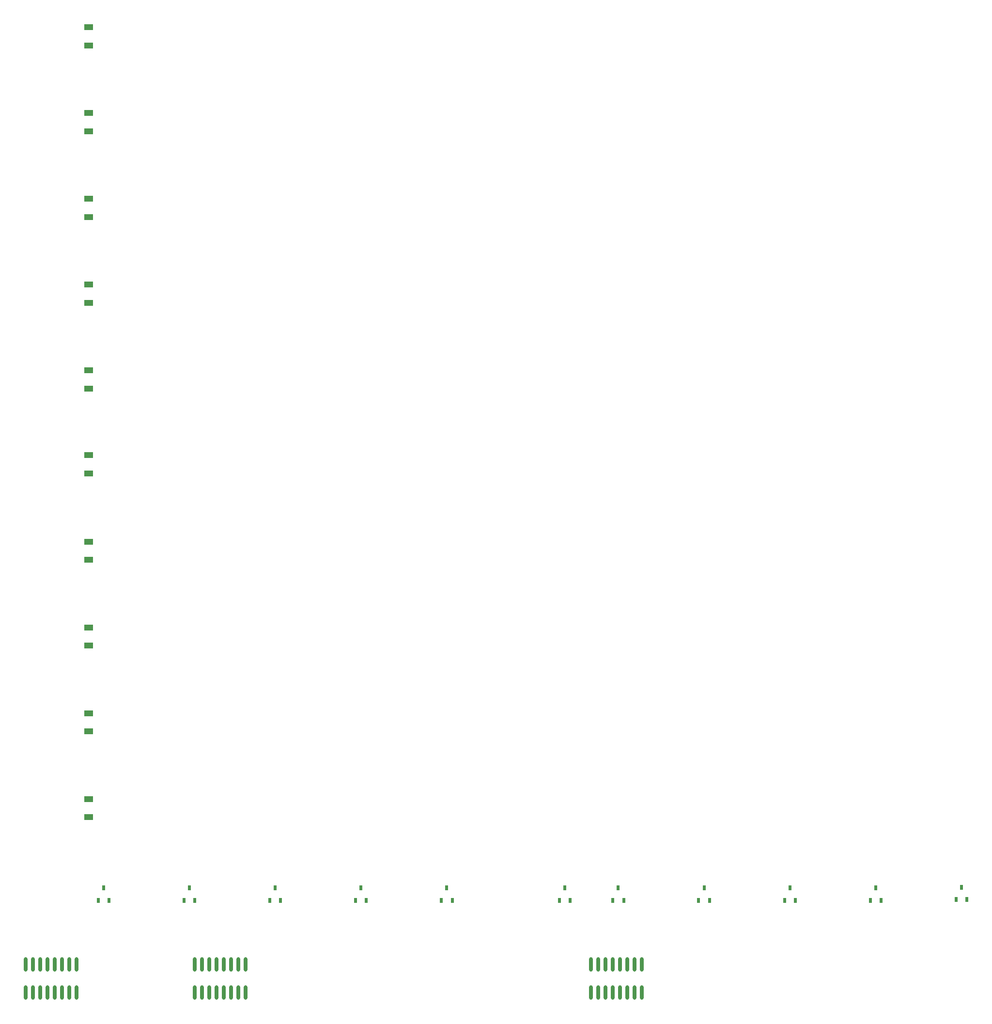
<source format=gtp>
%FSTAX23Y23*%
%MOIN*%
%SFA1B1*%

%IPPOS*%
%ADD10O,0.027560X0.098430*%
%ADD11R,0.023620X0.033470*%
%ADD12R,0.059060X0.039370*%
%LNwordclock_v20-1*%
%LPD*%
G54D10*
X-03436Y-03631D03*
X-03386D03*
X-03336D03*
X-03286D03*
X-03236D03*
X-03186D03*
X-03136D03*
X-03086D03*
X-03436Y-03438D03*
X-03386D03*
X-03336D03*
X-03286D03*
X-03236D03*
X-03186D03*
X-03136D03*
X-03086D03*
X00453Y-03631D03*
X00503D03*
X00553D03*
X00603D03*
X00653D03*
X00703D03*
X00753D03*
X00803D03*
X00453Y-03438D03*
X00503D03*
X00553D03*
X00603D03*
X00653D03*
X00703D03*
X00753D03*
X00803D03*
X-01921D03*
X-01971D03*
X-02021D03*
X-02071D03*
X-02121D03*
X-02171D03*
X-02221D03*
X-02271D03*
X-01921Y-03631D03*
X-01971D03*
X-02021D03*
X-02071D03*
X-02121D03*
X-02171D03*
X-02221D03*
X-02271D03*
G54D11*
X-029Y-02912D03*
X-02863Y-02997D03*
X-02937D03*
X00275Y-02912D03*
X00312Y-02997D03*
X00238D03*
X-02309Y-02912D03*
X-02272Y-02997D03*
X-02347D03*
X-01719Y-02912D03*
X-01682Y-02997D03*
X-01756D03*
X-01128Y-02912D03*
X-01091Y-02997D03*
X-01166D03*
X-00538Y-02912D03*
X-005Y-02997D03*
X-00575D03*
X00642Y-02912D03*
X0068Y-02997D03*
X00605D03*
X01233Y-02912D03*
X0127Y-02997D03*
X01195D03*
X01823Y-02912D03*
X01861Y-02997D03*
X01786D03*
X02414Y-02912D03*
X02451Y-02997D03*
X02377D03*
X03005Y-02907D03*
X03042Y-02992D03*
X02967D03*
G54D12*
X-03002Y-02426D03*
Y-023D03*
Y-01836D03*
Y-0171D03*
Y-01246D03*
Y-0112D03*
Y-00656D03*
Y-0053D03*
Y-00061D03*
Y00064D03*
Y00523D03*
Y00649D03*
Y01113D03*
Y01239D03*
Y01703D03*
Y01829D03*
Y02293D03*
Y02419D03*
Y02883D03*
Y03009D03*
M02*
</source>
